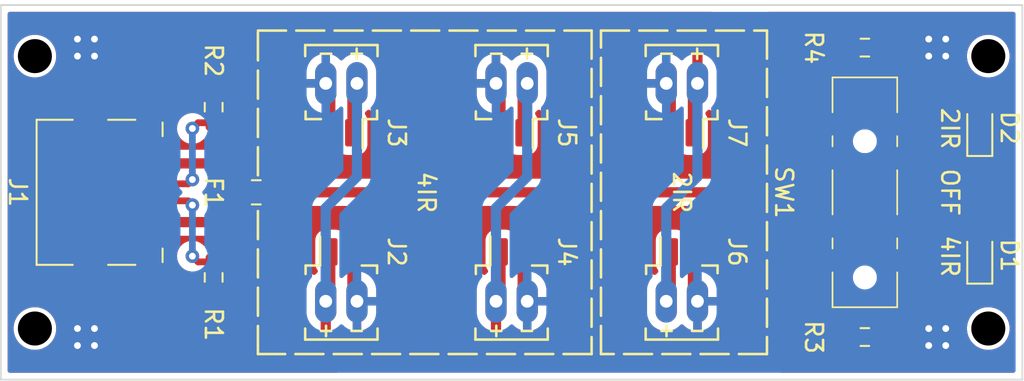
<source format=kicad_pcb>
(kicad_pcb (version 20240108) (generator "pcbnew") (generator_version "8.0")
  (layers (0 "F.Cu" signal) (31 "B.Cu" signal) (34 "B.Paste" user) (35 "F.Paste" user) (36 "B.SilkS" user "B.Silkscreen") (37 "F.SilkS" user "F.Silkscreen") (38 "B.Mask" user) (39 "F.Mask" user) (44 "Edge.Cuts" user))
  (net 0 "")
  (net 1 "GND")
  (net 2 "/CC1")
  (net 3 "/CC2")
  (net 4 "/VBUS")
  (net 5 "Power_postSwitch-4IR")
  (net 6 "/Power_postFuse")
  (net 7 "Power_postSwitch-2IR")
  (net 8 "Net-(D1-A)")
  (net 9 "Net-(D2-A)")
  (net 10 "unconnected-(SW1-Pad2)")
  (footprint "sensorstrip:Molex_Picoblade_53261-0271-Hybrid" (layer "F.Cu") (at 140 56.5)
    (property "Reference" "J7" (at 3.25 0 -90) (layer "F.SilkS"))
    (property "Value" "Conn_01x02_MountingPin")
    (fp_line (start -2.125 -4.5) (end -2.125 -5.15) (stroke (width 0.15)) (layer "F.SilkS"))
    (fp_line (start -2.1 -1.25) (end -2.1 -0.8) (stroke (width 0.15)) (layer "F.SilkS"))
    (fp_line (start -2.1 -0.8) (end -1.2 -0.8) (stroke (width 0.15)) (layer "F.SilkS"))
    (fp_line (start 1.25 -0.8) (end 1.25 0.9) (stroke (width 0.15)) (layer "F.SilkS"))
    (fp_line (start 2.1 -1.3) (end 2.1 -0.8) (stroke (width 0.15)) (layer "F.SilkS"))
    (fp_line (start 2.1 -0.8) (end 1.25 -0.8) (stroke (width 0.15)) (layer "F.SilkS"))
    (fp_line (start 2.125 -5.15) (end -2.125 -5.15) (stroke (width 0.15)) (layer "F.SilkS"))
    (fp_line (start 2.125 -4.5) (end 2.125 -5.15) (stroke (width 0.15)) (layer "F.SilkS"))
    (pad "1" smd custom (at 0.625 0) (size 0.8 0.8) (layers "F.Cu") (net 7 "Power_postSwitch-2IR") (options (clearance outline) (anchor circle)) (primitives (gr_poly (pts (xy -0.4 -0.68) (xy -0.390866 -0.725922) (xy -0.364853 -0.764853) (xy -0.325922 -0.790866) (xy -0.28 -0.8) (xy 0.28 -0.8) (xy 0.325922 -0.790866) (xy 0.364853 -0.764853) (xy 0.390866 -0.725922) (xy 0.4 -0.68) (xy 0.4 0.68) (xy 0.390866 0.725922) (xy 0.364853 0.764853) (xy 0.325922 0.790866) (xy 0.28 0.8) (xy -0.28 0.8) (xy -0.325922 0.790866) (xy -0.364853 0.764853) (xy -0.390866 0.725922) (xy -0.4 0.68)) (width 0) (fill yes)) (gr_poly (pts (xy -0.225 -0.75) (xy -0.225 -2) (xy 0.775 -2) (xy 0.175 -1.4) (xy 0.175 -0.75)) (width 0.1) (fill yes))))
    (pad "1" smd roundrect (at 0.625 0) (size 0.8 1.6) (layers "F.Cu" "F.Paste" "F.Mask") (roundrect_rratio 0.15) (net 7 "Power_postSwitch-2IR"))
    (pad "1" thru_hole oval (at 0.917 -2.9) (size 1.25 2.5) (drill 0.75) (layers "*.Cu" "*.Mask") (net 7 "Power_postSwitch-2IR"))
    (pad "2" thru_hole oval (at -0.917 -2.9) (size 1.25 2.5) (drill 0.75) (layers "*.Cu" "*.Mask") (net 1 "GND"))
    (pad "2" smd custom (at -0.625 0) (size 0.8 0.8) (layers "F.Cu") (net 1 "GND") (options (clearance outline) (anchor circle)) (primitives (gr_poly (pts (xy -0.4 -0.68) (xy -0.390866 -0.725922) (xy -0.364853 -0.764853) (xy -0.325922 -0.790866) (xy -0.28 -0.8) (xy 0.28 -0.8) (xy 0.325922 -0.790866) (xy 0.364853 -0.764853) (xy 0.390866 -0.725922) (xy 0.4 -0.68) (xy 0.4 0.68) (xy 0.390866 0.725922) (xy 0.364853 0.764853) (xy 0.325922 0.790866) (xy 0.28 0.8) (xy -0.28 0.8) (xy -0.325922 0.790866) (xy -0.364853 0.764853) (xy -0.390866 0.725922) (xy -0.4 0.68)) (width 0) (fill yes)) (gr_line (start 0.025 0) (end 0.225 0) (width 0.1)) (gr_poly (pts (xy 0.225 -0.75) (xy 0.225 -2) (xy -0.775 -2) (xy -0.175 -1.4) (xy -0.175 -0.75)) (width 0.1) (fill yes))))
    (pad "2" smd roundrect (at -0.625 0) (size 0.8 1.6) (layers "F.Cu" "F.Paste" "F.Mask") (roundrect_rratio 0.15) (net 1 "GND"))
    (pad "MP" smd roundrect (at -3.175 -2.9) (size 2.1 3) (layers "F.Cu" "F.Paste" "F.Mask") (roundrect_rratio 0.12) (net 1 "GND"))
    (pad "MP" smd roundrect (at 3.175 -2.9) (size 2.1 3) (layers "F.Cu" "F.Paste" "F.Mask") (roundrect_rratio 0.12) (net 1 "GND"))
  )
  (footprint "sensorstrip:Molex_Picoblade_53261-0271-Hybrid" (layer "F.Cu") (at 140 63.5 180)
    (property "Reference" "J6" (at -3.25 0 -90) (layer "F.SilkS"))
    (property "Value" "Conn_01x02_MountingPin")
    (fp_line (start 2.125 -4.5) (end 2.125 -5.15) (stroke (width 0.15)) (layer "F.SilkS"))
    (fp_line (start 2.125 -5.15) (end -2.125 -5.15) (stroke (width 0.15)) (layer "F.SilkS"))
    (fp_line (start 2.1 -0.8) (end 1.25 -0.8) (stroke (width 0.15)) (layer "F.SilkS"))
    (fp_line (start 2.1 -1.3) (end 2.1 -0.8) (stroke (width 0.15)) (layer "F.SilkS"))
    (fp_line (start 1.25 -0.8) (end 1.25 0.9) (stroke (width 0.15)) (layer "F.SilkS"))
    (fp_line (start -2.1 -0.8) (end -1.2 -0.8) (stroke (width 0.15)) (layer "F.SilkS"))
    (fp_line (start -2.1 -1.25) (end -2.1 -0.8) (stroke (width 0.15)) (layer "F.SilkS"))
    (fp_line (start -2.125 -4.5) (end -2.125 -5.15) (stroke (width 0.15)) (layer "F.SilkS"))
    (pad "1" smd custom (at 0.625 0 180) (size 0.8 0.8) (layers "F.Cu") (net 7 "Power_postSwitch-2IR") (options (clearance outline) (anchor circle)) (primitives (gr_poly (pts (xy -0.4 -0.68) (xy -0.390866 -0.725922) (xy -0.364853 -0.764853) (xy -0.325922 -0.790866) (xy -0.28 -0.8) (xy 0.28 -0.8) (xy 0.325922 -0.790866) (xy 0.364853 -0.764853) (xy 0.390866 -0.725922) (xy 0.4 -0.68) (xy 0.4 0.68) (xy 0.390866 0.725922) (xy 0.364853 0.764853) (xy 0.325922 0.790866) (xy 0.28 0.8) (xy -0.28 0.8) (xy -0.325922 0.790866) (xy -0.364853 0.764853) (xy -0.390866 0.725922) (xy -0.4 0.68)) (width 0) (fill yes)) (gr_poly (pts (xy -0.225 -0.75) (xy -0.225 -2) (xy 0.775 -2) (xy 0.175 -1.4) (xy 0.175 -0.75)) (width 0.1) (fill yes))))
    (pad "1" smd roundrect (at 0.625 0 180) (size 0.8 1.6) (layers "F.Cu" "F.Paste" "F.Mask") (roundrect_rratio 0.15) (net 7 "Power_postSwitch-2IR"))
    (pad "1" thru_hole oval (at 0.917 -2.9 180) (size 1.25 2.5) (drill 0.75) (layers "*.Cu" "*.Mask") (net 7 "Power_postSwitch-2IR"))
    (pad "2" thru_hole oval (at -0.917 -2.9 180) (size 1.25 2.5) (drill 0.75) (layers "*.Cu" "*.Mask") (net 1 "GND"))
    (pad "2" smd custom (at -0.625 0 180) (size 0.8 0.8) (layers "F.Cu") (net 1 "GND") (options (clearance outline) (anchor circle)) (primitives (gr_poly (pts (xy -0.4 -0.68) (xy -0.390866 -0.725922) (xy -0.364853 -0.764853) (xy -0.325922 -0.790866) (xy -0.28 -0.8) (xy 0.28 -0.8) (xy 0.325922 -0.790866) (xy 0.364853 -0.764853) (xy 0.390866 -0.725922) (xy 0.4 -0.68) (xy 0.4 0.68) (xy 0.390866 0.725922) (xy 0.364853 0.764853) (xy 0.325922 0.790866) (xy 0.28 0.8) (xy -0.28 0.8) (xy -0.325922 0.790866) (xy -0.364853 0.764853) (xy -0.390866 0.725922) (xy -0.4 0.68)) (width 0) (fill yes)) (gr_line (start 0.025 0) (end 0.225 0) (width 0.1)) (gr_poly (pts (xy 0.225 -0.75) (xy 0.225 -2) (xy -0.775 -2) (xy -0.175 -1.4) (xy -0.175 -0.75)) (width 0.1) (fill yes))))
    (pad "2" smd roundrect (at -0.625 0 180) (size 0.8 1.6) (layers "F.Cu" "F.Paste" "F.Mask") (roundrect_rratio 0.15) (net 1 "GND"))
    (pad "MP" smd roundrect (at -3.175 -2.9 180) (size 2.1 3) (layers "F.Cu" "F.Paste" "F.Mask") (roundrect_rratio 0.12) (net 1 "GND"))
    (pad "MP" smd roundrect (at 3.175 -2.9 180) (size 2.1 3) (layers "F.Cu" "F.Paste" "F.Mask") (roundrect_rratio 0.12) (net 1 "GND"))
  )
  (footprint "sensorstrip:Molex_Picoblade_53261-0271-Hybrid" (layer "F.Cu") (at 120 56.5)
    (property "Reference" "J3" (at 3.25 0 -90) (layer "F.SilkS"))
    (property "Value" "Conn_01x02_MountingPin")
    (fp_line (start -2.125 -4.5) (end -2.125 -5.15) (stroke (width 0.15)) (layer "F.SilkS"))
    (fp_line (start -2.1 -1.25) (end -2.1 -0.8) (stroke (width 0.15)) (layer "F.SilkS"))
    (fp_line (start -2.1 -0.8) (end -1.2 -0.8) (stroke (width 0.15)) (layer "F.SilkS"))
    (fp_line (start 1.25 -0.8) (end 1.25 0.9) (stroke (width 0.15)) (layer "F.SilkS"))
    (fp_line (start 2.1 -1.3) (end 2.1 -0.8) (stroke (width 0.15)) (layer "F.SilkS"))
    (fp_line (start 2.1 -0.8) (end 1.25 -0.8) (stroke (width 0.15)) (layer "F.SilkS"))
    (fp_line (start 2.125 -5.15) (end -2.125 -5.15) (stroke (width 0.15)) (layer "F.SilkS"))
    (fp_line (start 2.125 -4.5) (end 2.125 -5.15) (stroke (width 0.15)) (layer "F.SilkS"))
    (pad "1" smd custom (at 0.625 0) (size 0.8 0.8) (layers "F.Cu") (net 5 "Power_postSwitch-4IR") (options (clearance outline) (anchor circle)) (primitives (gr_poly (pts (xy -0.4 -0.68) (xy -0.390866 -0.725922) (xy -0.364853 -0.764853) (xy -0.325922 -0.790866) (xy -0.28 -0.8) (xy 0.28 -0.8) (xy 0.325922 -0.790866) (xy 0.364853 -0.764853) (xy 0.390866 -0.725922) (xy 0.4 -0.68) (xy 0.4 0.68) (xy 0.390866 0.725922) (xy 0.364853 0.764853) (xy 0.325922 0.790866) (xy 0.28 0.8) (xy -0.28 0.8) (xy -0.325922 0.790866) (xy -0.364853 0.764853) (xy -0.390866 0.725922) (xy -0.4 0.68)) (width 0) (fill yes)) (gr_poly (pts (xy -0.225 -0.75) (xy -0.225 -2) (xy 0.775 -2) (xy 0.175 -1.4) (xy 0.175 -0.75)) (width 0.1) (fill yes))))
    (pad "1" smd roundrect (at 0.625 0) (size 0.8 1.6) (layers "F.Cu" "F.Paste" "F.Mask") (roundrect_rratio 0.15) (net 5 "Power_postSwitch-4IR"))
    (pad "1" thru_hole oval (at 0.917 -2.9) (size 1.25 2.5) (drill 0.75) (layers "*.Cu" "*.Mask") (net 5 "Power_postSwitch-4IR"))
    (pad "2" thru_hole oval (at -0.917 -2.9) (size 1.25 2.5) (drill 0.75) (layers "*.Cu" "*.Mask") (net 1 "GND"))
    (pad "2" smd custom (at -0.625 0) (size 0.8 0.8) (layers "F.Cu") (net 1 "GND") (options (clearance outline) (anchor circle)) (primitives (gr_poly (pts (xy -0.4 -0.68) (xy -0.390866 -0.725922) (xy -0.364853 -0.764853) (xy -0.325922 -0.790866) (xy -0.28 -0.8) (xy 0.28 -0.8) (xy 0.325922 -0.790866) (xy 0.364853 -0.764853) (xy 0.390866 -0.725922) (xy 0.4 -0.68) (xy 0.4 0.68) (xy 0.390866 0.725922) (xy 0.364853 0.764853) (xy 0.325922 0.790866) (xy 0.28 0.8) (xy -0.28 0.8) (xy -0.325922 0.790866) (xy -0.364853 0.764853) (xy -0.390866 0.725922) (xy -0.4 0.68)) (width 0) (fill yes)) (gr_line (start 0.025 0) (end 0.225 0) (width 0.1)) (gr_poly (pts (xy 0.225 -0.75) (xy 0.225 -2) (xy -0.775 -2) (xy -0.175 -1.4) (xy -0.175 -0.75)) (width 0.1) (fill yes))))
    (pad "2" smd roundrect (at -0.625 0) (size 0.8 1.6) (layers "F.Cu" "F.Paste" "F.Mask") (roundrect_rratio 0.15) (net 1 "GND"))
    (pad "MP" smd roundrect (at -3.175 -2.9) (size 2.1 3) (layers "F.Cu" "F.Paste" "F.Mask") (roundrect_rratio 0.12) (net 1 "GND"))
    (pad "MP" smd roundrect (at 3.175 -2.9) (size 2.1 3) (layers "F.Cu" "F.Paste" "F.Mask") (roundrect_rratio 0.12) (net 1 "GND"))
  )
  (footprint "Fuse:Fuse_0805_2012Metric_Pad1.15x1.40mm_HandSolder" (layer "F.Cu") (at 115 60)
    (property "Reference" "F1" (at -2.5 0 -90) (layer "F.SilkS"))
    (property "Value" "Polyfuse")
    (fp_line (start -0.261252 -0.71) (end 0.261252 -0.71) (stroke (width 0.12)) (layer "F.SilkS"))
    (fp_line (start -0.261252 0.71) (end 0.261252 0.71) (stroke (width 0.12)) (layer "F.SilkS"))
    (pad "1" smd roundrect (at -1.025 0) (size 1.15 1.4) (layers "F.Cu" "F.Paste" "F.Mask") (roundrect_rratio 0.217391) (net 4 "/VBUS"))
    (pad "2" smd roundrect (at 1.025 0) (size 1.15 1.4) (layers "F.Cu" "F.Paste" "F.Mask") (roundrect_rratio 0.217391) (net 6 "/Power_postFuse"))
  )
  (footprint "sensorstrip:K3-2336S-F1" (layer "F.Cu") (at 150.75 60 90)
    (property "Reference" "SW1" (at 0 -4.75 -90) (layer "F.SilkS"))
    (property "Value" "SW_DP3T")
    (fp_line (start 6.75 -1.9) (end 6.75 1.9) (stroke (width 0.1)) (layer "F.SilkS"))
    (fp_line (start 4.7 -1.9) (end 6.75 -1.9) (stroke (width 0.1)) (layer "F.SilkS"))
    (fp_line (start 3.3 -1.9) (end 2.7 -1.9) (stroke (width 0.1)) (layer "F.SilkS"))
    (fp_line (start 1.3 -1.9) (end -1.3 -1.9) (stroke (width 0.1)) (layer "F.SilkS"))
    (fp_line (start -2.7 -1.9) (end -3.3 -1.9) (stroke (width 0.1)) (layer "F.SilkS"))
    (fp_line (start -6.75 -1.9) (end -4.7 -1.9) (stroke (width 0.1)) (layer "F.SilkS"))
    (fp_line (start -6.75 -1.9) (end -6.75 1.9) (stroke (width 0.1)) (layer "F.SilkS"))
    (fp_line (start 4.7 1.9) (end 6.75 1.9) (stroke (width 0.1)) (layer "F.SilkS"))
    (fp_line (start 3.3 1.9) (end 2.7 1.9) (stroke (width 0.1)) (layer "F.SilkS"))
    (fp_line (start -1.3 1.9) (end 1.3 1.9) (stroke (width 0.1)) (layer "F.SilkS"))
    (fp_line (start -2.7 1.9) (end -3.3 1.9) (stroke (width 0.1)) (layer "F.SilkS"))
    (fp_line (start -6.75 1.9) (end -4.7 1.9) (stroke (width 0.1)) (layer "F.SilkS"))
    (pad "" np_thru_hole circle (at -5 0 180) (size 0.9 0.9) (drill 0.9) (layers "F&B.Cu" "*.Mask"))
    (pad "" np_thru_hole circle (at 3 0 180) (size 0.9 0.9) (drill 0.9) (layers "F&B.Cu" "*.Mask"))
    (pad "1" smd roundrect (at 4 -2.75) (size 2.5 1.2) (layers "F.Cu" "F.Paste" "F.Mask") (net 7 "Power_postSwitch-2IR"))
    (pad "2" smd roundrect (at 2 -2.75) (size 2.5 1.2) (layers "F.Cu" "F.Paste" "F.Mask") (net 10 "unconnected-(SW1-Pad2)"))
    (pad "3" smd roundrect (at -2 -2.75 180) (size 2.5 1.2) (layers "F.Cu" "F.Paste" "F.Mask") (net 6 "/Power_postFuse"))
    (pad "4" smd roundrect (at -4 -2.75 180) (size 2.5 1.2) (layers "F.Cu" "F.Paste" "F.Mask") (net 5 "Power_postSwitch-4IR"))
    (pad "5" smd roundrect (at 4 2.75) (size 2.5 1.2) (layers "F.Cu" "F.Paste" "F.Mask") (net 7 "Power_postSwitch-2IR"))
    (pad "6" smd roundrect (at 2 2.75) (size 2.5 1.2) (layers "F.Cu" "F.Paste" "F.Mask") (net 10 "unconnected-(SW1-Pad2)"))
    (pad "7" smd roundrect (at -2 2.75 180) (size 2.5 1.2) (layers "F.Cu" "F.Paste" "F.Mask") (net 6 "/Power_postFuse"))
    (pad "8" smd roundrect (at -4 2.75 180) (size 2.5 1.2) (layers "F.Cu" "F.Paste" "F.Mask") (net 5 "Power_postSwitch-4IR"))
  )
  (footprint "Resistor_SMD:R_0603_1608Metric_Pad0.98x0.95mm_HandSolder" (layer "F.Cu") (at 112.5 65 90)
    (property "Reference" "R1" (at -2.75 0 -90) (layer "F.SilkS"))
    (property "Value" "5.1K")
    (fp_line (start -0.254724 -0.5225) (end 0.254724 -0.5225) (stroke (width 0.12)) (layer "F.SilkS"))
    (fp_line (start -0.254724 0.5225) (end 0.254724 0.5225) (stroke (width 0.12)) (layer "F.SilkS"))
    (pad "1" smd roundrect (at -0.9125 0 90) (size 0.975 0.95) (layers "F.Cu" "F.Paste" "F.Mask") (net 1 "GND"))
    (pad "2" smd roundrect (at 0.9125 0 90) (size 0.975 0.95) (layers "F.Cu" "F.Paste" "F.Mask") (net 3 "/CC2"))
  )
  (footprint "LED_SMD:LED_0603_1608Metric_Pad1.05x0.95mm_HandSolder" (layer "F.Cu") (at 157.5 63.705 90)
    (property "Reference" "D1" (at 0 1.75 -90) (layer "F.SilkS"))
    (property "Value" "LED")
    (fp_line (start 0.8 -0.735) (end -1.66 -0.735) (stroke (width 0.12)) (layer "F.SilkS"))
    (fp_line (start -1.66 -0.735) (end -1.66 0.735) (stroke (width 0.12)) (layer "F.SilkS"))
    (fp_line (start -1.66 0.735) (end 0.8 0.735) (stroke (width 0.12)) (layer "F.SilkS"))
    (pad "1" smd roundrect (at -0.875 0 90) (size 1.05 0.95) (layers "F.Cu" "F.Paste" "F.Mask") (net 1 "GND"))
    (pad "2" smd roundrect (at 0.875 0 90) (size 1.05 0.95) (layers "F.Cu" "F.Paste" "F.Mask") (net 8 "Net-(D1-A)"))
  )
  (footprint "sensorstrip:Molex_Picoblade_53261-0271-Hybrid" (layer "F.Cu") (at 120 63.5 180)
    (property "Reference" "J2" (at -3.25 0 -90) (layer "F.SilkS"))
    (property "Value" "Conn_01x02_MountingPin")
    (fp_line (start 2.125 -4.5) (end 2.125 -5.15) (stroke (width 0.15)) (layer "F.SilkS"))
    (fp_line (start 2.125 -5.15) (end -2.125 -5.15) (stroke (width 0.15)) (layer "F.SilkS"))
    (fp_line (start 2.1 -0.8) (end 1.25 -0.8) (stroke (width 0.15)) (layer "F.SilkS"))
    (fp_line (start 2.1 -1.3) (end 2.1 -0.8) (stroke (width 0.15)) (layer "F.SilkS"))
    (fp_line (start 1.25 -0.8) (end 1.25 0.9) (stroke (width 0.15)) (layer "F.SilkS"))
    (fp_line (start -2.1 -0.8) (end -1.2 -0.8) (stroke (width 0.15)) (layer "F.SilkS"))
    (fp_line (start -2.1 -1.25) (end -2.1 -0.8) (stroke (width 0.15)) (layer "F.SilkS"))
    (fp_line (start -2.125 -4.5) (end -2.125 -5.15) (stroke (width 0.15)) (layer "F.SilkS"))
    (pad "1" smd custom (at 0.625 0 180) (size 0.8 0.8) (layers "F.Cu") (net 5 "Power_postSwitch-4IR") (options (clearance outline) (anchor circle)) (primitives (gr_poly (pts (xy -0.4 -0.68) (xy -0.390866 -0.725922) (xy -0.364853 -0.764853) (xy -0.325922 -0.790866) (xy -0.28 -0.8) (xy 0.28 -0.8) (xy 0.325922 -0.790866) (xy 0.364853 -0.764853) (xy 0.390866 -0.725922) (xy 0.4 -0.68) (xy 0.4 0.68) (xy 0.390866 0.725922) (xy 0.364853 0.764853) (xy 0.325922 0.790866) (xy 0.28 0.8) (xy -0.28 0.8) (xy -0.325922 0.790866) (xy -0.364853 0.764853) (xy -0.390866 0.725922) (xy -0.4 0.68)) (width 0) (fill yes)) (gr_poly (pts (xy -0.225 -0.75) (xy -0.225 -2) (xy 0.775 -2) (xy 0.175 -1.4) (xy 0.175 -0.75)) (width 0.1) (fill yes))))
    (pad "1" smd roundrect (at 0.625 0 180) (size 0.8 1.6) (layers "F.Cu" "F.Paste" "F.Mask") (roundrect_rratio 0.15) (net 5 "Power_postSwitch-4IR"))
    (pad "1" thru_hole oval (at 0.917 -2.9 180) (size 1.25 2.5) (drill 0.75) (layers "*.Cu" "*.Mask") (net 5 "Power_postSwitch-4IR"))
    (pad "2" thru_hole oval (at -0.917 -2.9 180) (size 1.25 2.5) (drill 0.75) (layers "*.Cu" "*.Mask") (net 1 "GND"))
    (pad "2" smd custom (at -0.625 0 180) (size 0.8 0.8) (layers "F.Cu") (net 1 "GND") (options (clearance outline) (anchor circle)) (primitives (gr_poly (pts (xy -0.4 -0.68) (xy -0.390866 -0.725922) (xy -0.364853 -0.764853) (xy -0.325922 -0.790866) (xy -0.28 -0.8) (xy 0.28 -0.8) (xy 0.325922 -0.790866) (xy 0.364853 -0.764853) (xy 0.390866 -0.725922) (xy 0.4 -0.68) (xy 0.4 0.68) (xy 0.390866 0.725922) (xy 0.364853 0.764853) (xy 0.325922 0.790866) (xy 0.28 0.8) (xy -0.28 0.8) (xy -0.325922 0.790866) (xy -0.364853 0.764853) (xy -0.390866 0.725922) (xy -0.4 0.68)) (width 0) (fill yes)) (gr_line (start 0.025 0) (end 0.225 0) (width 0.1)) (gr_poly (pts (xy 0.225 -0.75) (xy 0.225 -2) (xy -0.775 -2) (xy -0.175 -1.4) (xy -0.175 -0.75)) (width 0.1) (fill yes))))
    (pad "2" smd roundrect (at -0.625 0 180) (size 0.8 1.6) (layers "F.Cu" "F.Paste" "F.Mask") (roundrect_rratio 0.15) (net 1 "GND"))
    (pad "MP" smd roundrect (at -3.175 -2.9 180) (size 2.1 3) (layers "F.Cu" "F.Paste" "F.Mask") (roundrect_rratio 0.12) (net 1 "GND"))
    (pad "MP" smd roundrect (at 3.175 -2.9 180) (size 2.1 3) (layers "F.Cu" "F.Paste" "F.Mask") (roundrect_rratio 0.12) (net 1 "GND"))
  )
  (footprint "LED_SMD:LED_0603_1608Metric_Pad1.05x0.95mm_HandSolder" (layer "F.Cu") (at 157.5 56.205 90)
    (property "Reference" "D2" (at 0 1.75 -90) (layer "F.SilkS"))
    (property "Value" "LED")
    (fp_line (start 0.8 -0.735) (end -1.66 -0.735) (stroke (width 0.12)) (layer "F.SilkS"))
    (fp_line (start -1.66 -0.735) (end -1.66 0.735) (stroke (width 0.12)) (layer "F.SilkS"))
    (fp_line (start -1.66 0.735) (end 0.8 0.735) (stroke (width 0.12)) (layer "F.SilkS"))
    (pad "1" smd roundrect (at -0.875 0 90) (size 1.05 0.95) (layers "F.Cu" "F.Paste" "F.Mask") (net 1 "GND"))
    (pad "2" smd roundrect (at 0.875 0 90) (size 1.05 0.95) (layers "F.Cu" "F.Paste" "F.Mask") (net 9 "Net-(D2-A)"))
  )
  (footprint "Resistor_SMD:R_0603_1608Metric_Pad0.98x0.95mm_HandSolder" (layer "F.Cu") (at 150.75 68.5 180)
    (property "Reference" "R3" (at 3 0 -90) (layer "F.SilkS"))
    (property "Value" "1K")
    (fp_line (start -0.254724 0.5225) (end 0.254724 0.5225) (stroke (width 0.12)) (layer "F.SilkS"))
    (fp_line (start -0.254724 -0.5225) (end 0.254724 -0.5225) (stroke (width 0.12)) (layer "F.SilkS"))
    (pad "1" smd roundrect (at -0.9125 0 180) (size 0.975 0.95) (layers "F.Cu" "F.Paste" "F.Mask") (net 8 "Net-(D1-A)"))
    (pad "2" smd roundrect (at 0.9125 0 180) (size 0.975 0.95) (layers "F.Cu" "F.Paste" "F.Mask") (net 5 "Power_postSwitch-4IR"))
  )
  (footprint "sensorstrip:MountingHole-2mm-NPTH" (layer "F.Cu") (at 158 68)
    (property "Reference" "REF**" (hide yes))
    (property "Value" "MountingHole-2mm-NPTH" (hide yes))
    (pad "" np_thru_hole circle (at 0 0) (size 3 3) (drill 2) (layers "*.Mask"))
  )
  (footprint "sensorstrip:MountingHole-2mm-NPTH" (layer "F.Cu") (at 158 52)
    (property "Reference" "REF**" (hide yes))
    (property "Value" "MountingHole-2mm-NPTH" (hide yes))
    (pad "" np_thru_hole circle (at 0 0) (size 3 3) (drill 2) (layers "*.Mask"))
  )
  (footprint "sensorstrip:DEALON USB Type-C 6Pin" (layer "F.Cu") (at 109 60 -90)
    (property "Reference" "J1" (at 0 8 -90) (layer "F.SilkS"))
    (property "Value" "USB_C_Receptacle_PowerOnly")
    (fp_line (start -4.26 6.9) (end 4.26 6.9) (stroke (width 0.12)) (layer "F.SilkS"))
    (fp_line (start -4.26 4.78) (end -4.26 6.9) (stroke (width 0.12)) (layer "F.SilkS"))
    (fp_line (start 4.26 4.78) (end 4.26 6.9) (stroke (width 0.12)) (layer "F.SilkS"))
    (fp_line (start 4.26 2.7) (end 4.26 1.1) (stroke (width 0.12)) (layer "F.SilkS"))
    (fp_line (start -4.26 1.1) (end -4.26 2.7) (stroke (width 0.12)) (layer "F.SilkS"))
    (fp_line (start -3.3 -0.5) (end -4.1 -0.5) (stroke (width 0.12)) (layer "F.SilkS"))
    (fp_line (start 4.1 -0.5) (end 3.3 -0.5) (stroke (width 0.12)) (layer "F.SilkS"))
    (pad "A5" smd rect (at -0.5 0 270) (size 0.7 1.2) (layers "F.Cu" "F.Paste" "F.Mask") (net 2 "/CC1"))
    (pad "A9" smd rect (at 1.52 0 270) (size 0.8 1.2) (layers "F.Cu" "F.Paste" "F.Mask") (net 4 "/VBUS"))
    (pad "A12" smd rect (at 2.75 0 270) (size 0.9 1.2) (layers "F.Cu" "F.Paste" "F.Mask") (net 1 "GND"))
    (pad "B5" smd rect (at 0.5 0 270) (size 0.7 1.2) (layers "F.Cu" "F.Paste" "F.Mask") (net 3 "/CC2"))
    (pad "B9" smd rect (at -1.52 0 270) (size 0.8 1.2) (layers "F.Cu" "F.Paste" "F.Mask") (net 4 "/VBUS"))
    (pad "B12" smd rect (at -2.75 0 270) (size 0.9 1.2) (layers "F.Cu" "F.Paste" "F.Mask") (net 1 "GND"))
    (pad "S1" smd rect (at -5.42 3.75 270) (size 2.4 1.9) (layers "F.Cu" "F.Paste" "F.Mask") (net 1 "GND"))
    (pad "S1" smd rect (at -5.26 0.2 270) (size 2.12 1.6) (layers "F.Cu" "F.Paste" "F.Mask") (net 1 "GND"))
    (pad "S1" smd rect (at 5.26 0.2 270) (size 2.12 1.6) (layers "F.Cu" "F.Paste" "F.Mask") (net 1 "GND"))
    (pad "S1" smd rect (at 5.42 3.75 270) (size 2.4 1.9) (layers "F.Cu" "F.Paste" "F.Mask") (net 1 "GND"))
  )
  (footprint "Resistor_SMD:R_0603_1608Metric_Pad0.98x0.95mm_HandSolder" (layer "F.Cu") (at 112.5 55 -90)
    (property "Reference" "R2" (at -2.75 0 -90) (layer "F.SilkS"))
    (property "Value" "5.1K")
    (fp_line (start -0.254724 0.5225) (end 0.254724 0.5225) (stroke (width 0.12)) (layer "F.SilkS"))
    (fp_line (start -0.254724 -0.5225) (end 0.254724 -0.5225) (stroke (width 0.12)) (layer "F.SilkS"))
    (pad "1" smd roundrect (at -0.9125 0 270) (size 0.975 0.95) (layers "F.Cu" "F.Paste" "F.Mask") (net 1 "GND"))
    (pad "2" smd roundrect (at 0.9125 0 270) (size 0.975 0.95) (layers "F.Cu" "F.Paste" "F.Mask") (net 2 "/CC1"))
  )
  (footprint "sensorstrip:Molex_Picoblade_53261-0271-Hybrid" (layer "F.Cu") (at 130 63.5 180)
    (property "Reference" "J4" (at -3.25 0 -90) (layer "F.SilkS"))
    (property "Value" "Conn_01x02_MountingPin")
    (fp_line (start 2.125 -4.5) (end 2.125 -5.15) (stroke (width 0.15)) (layer "F.SilkS"))
    (fp_line (start 2.125 -5.15) (end -2.125 -5.15) (stroke (width 0.15)) (layer "F.SilkS"))
    (fp_line (start 2.1 -0.8) (end 1.25 -0.8) (stroke (width 0.15)) (layer "F.SilkS"))
    (fp_line (start 2.1 -1.3) (end 2.1 -0.8) (stroke (width 0.15)) (layer "F.SilkS"))
    (fp_line (start 1.25 -0.8) (end 1.25 0.9) (stroke (width 0.15)) (layer "F.SilkS"))
    (fp_line (start -2.1 -0.8) (end -1.2 -0.8) (stroke (width 0.15)) (layer "F.SilkS"))
    (fp_line (start -2.1 -1.25) (end -2.1 -0.8) (stroke (width 0.15)) (layer "F.SilkS"))
    (fp_line (start -2.125 -4.5) (end -2.125 -5.15) (stroke (width 0.15)) (layer "F.SilkS"))
    (pad "1" smd custom (at 0.625 0 180) (size 0.8 0.8) (layers "F.Cu") (net 5 "Power_postSwitch-4IR") (options (clearance outline) (anchor circle)) (primitives (gr_poly (pts (xy -0.4 -0.68) (xy -0.390866 -0.725922) (xy -0.364853 -0.764853) (xy -0.325922 -0.790866) (xy -0.28 -0.8) (xy 0.28 -0.8) (xy 0.325922 -0.790866) (xy 0.364853 -0.764853) (xy 0.390866 -0.725922) (xy 0.4 -0.68) (xy 0.4 0.68) (xy 0.390866 0.725922) (xy 0.364853 0.764853) (xy 0.325922 0.790866) (xy 0.28 0.8) (xy -0.28 0.8) (xy -0.325922 0.790866) (xy -0.364853 0.764853) (xy -0.390866 0.725922) (xy -0.4 0.68)) (width 0) (fill yes)) (gr_poly (pts (xy -0.225 -0.75) (xy -0.225 -2) (xy 0.775 -2) (xy 0.175 -1.4) (xy 0.175 -0.75)) (width 0.1) (fill yes))))
    (pad "1" smd roundrect (at 0.625 0 180) (size 0.8 1.6) (layers "F.Cu" "F.Paste" "F.Mask") (roundrect_rratio 0.15) (net 5 "Power_postSwitch-4IR"))
    (pad "1" thru_hole oval (at 0.917 -2.9 180) (size 1.25 2.5) (drill 0.75) (layers "*.Cu" "*.Mask") (net 5 "Power_postSwitch-4IR"))
    (pad "2" thru_hole oval (at -0.917 -2.9 180) (size 1.25 2.5) (drill 0.75) (layers "*.Cu" "*.Mask") (net 1 "GND"))
    (pad "2" smd custom (at -0.625 0 180) (size 0.8 0.8) (layers "F.Cu") (net 1 "GND") (options (clearance outline) (anchor circle)) (primitives (gr_poly (pts (xy -0.4 -0.68) (xy -0.390866 -0.725922) (xy -0.364853 -0.764853) (xy -0.325922 -0.790866) (xy -0.28 -0.8) (xy 0.28 -0.8) (xy 0.325922 -0.790866) (xy 0.364853 -0.764853) (xy 0.390866 -0.725922) (xy 0.4 -0.68) (xy 0.4 0.68) (xy 0.390866 0.725922) (xy 0.364853 0.764853) (xy 0.325922 0.790866) (xy 0.28 0.8) (xy -0.28 0.8) (xy -0.325922 0.790866) (xy -0.364853 0.764853) (xy -0.390866 0.725922) (xy -0.4 0.68)) (width 0) (fill yes)) (gr_line (start 0.025 0) (end 0.225 0) (width 0.1)) (gr_poly (pts (xy 0.225 -0.75) (xy 0.225 -2) (xy -0.775 -2) (xy -0.175 -1.4) (xy -0.175 -0.75)) (width 0.1) (fill yes))))
    (pad "2" smd roundrect (at -0.625 0 180) (size 0.8 1.6) (layers "F.Cu" "F.Paste" "F.Mask") (roundrect_rratio 0.15) (net 1 "GND"))
    (pad "MP" smd roundrect (at -3.175 -2.9 180) (size 2.1 3) (layers "F.Cu" "F.Paste" "F.Mask") (roundrect_rratio 0.12) (net 1 "GND"))
    (pad "MP" smd roundrect (at 3.175 -2.9 180) (size 2.1 3) (layers "F.Cu" "F.Paste" "F.Mask") (roundrect_rratio 0.12) (net 1 "GND"))
  )
  (footprint "sensorstrip:MountingHole-2mm-NPTH" (layer "F.Cu") (at 102 52)
    (property "Reference" "REF**" (hide yes))
    (property "Value" "MountingHole-2mm-NPTH" (hide yes))
    (pad "" np_thru_hole circle (at 0 0) (size 3 3) (drill 2) (layers "*.Mask"))
  )
  (footprint "Resistor_SMD:R_0603_1608Metric_Pad0.98x0.95mm_HandSolder" (layer "F.Cu") (at 150.75 51.5 180)
    (property "Reference" "R4" (at 3 0 -90) (layer "F.SilkS"))
    (property "Value" "1K")
    (fp_line (start -0.254724 0.5225) (end 0.254724 0.5225) (stroke (width 0.12)) (layer "F.SilkS"))
    (fp_line (start -0.254724 -0.5225) (end 0.254724 -0.5225) (stroke (width 0.12)) (layer "F.SilkS"))
    (pad "1" smd roundrect (at -0.9125 0 180) (size 0.975 0.95) (layers "F.Cu" "F.Paste" "F.Mask") (net 9 "Net-(D2-A)"))
    (pad "2" smd roundrect (at 0.9125 0 180) (size 0.975 0.95) (layers "F.Cu" "F.Paste" "F.Mask") (net 7 "Power_postSwitch-2IR"))
  )
  (footprint "sensorstrip:Molex_Picoblade_53261-0271-Hybrid" (layer "F.Cu") (at 130 56.5)
    (property "Reference" "J5" (at 3.25 0 -90) (layer "F.SilkS"))
    (property "Value" "Conn_01x02_MountingPin")
    (fp_line (start -2.125 -4.5) (end -2.125 -5.15) (stroke (width 0.15)) (layer "F.SilkS"))
    (fp_line (start -2.1 -1.25) (end -2.1 -0.8) (stroke (width 0.15)) (layer "F.SilkS"))
    (fp_line (start -2.1 -0.8) (end -1.2 -0.8) (stroke (width 0.15)) (layer "F.SilkS"))
    (fp_line (start 1.25 -0.8) (end 1.25 0.9) (stroke (width 0.15)) (layer "F.SilkS"))
    (fp_line (start 2.1 -1.3) (end 2.1 -0.8) (stroke (width 0.15)) (layer "F.SilkS"))
    (fp_line (start 2.1 -0.8) (end 1.25 -0.8) (stroke (width 0.15)) (layer "F.SilkS"))
    (fp_line (start 2.125 -5.15) (end -2.125 -5.15) (stroke (width 0.15)) (layer "F.SilkS"))
    (fp_line (start 2.125 -4.5) (end 2.125 -5.15) (stroke (width 0.15)) (layer "F.SilkS"))
    (pad "1" smd custom (at 0.625 0) (size 0.8 0.8) (layers "F.Cu") (net 5 "Power_postSwitch-4IR") (options (clearance outline) (anchor circle)) (primitives (gr_poly (pts (xy -0.4 -0.68) (xy -0.390866 -0.725922) (xy -0.364853 -0.764853) (xy -0.325922 -0.790866) (xy -0.28 -0.8) (xy 0.28 -0.8) (xy 0.325922 -0.790866) (xy 0.364853 -0.764853) (xy 0.390866 -0.725922) (xy 0.4 -0.68) (xy 0.4 0.68) (xy 0.390866 0.725922) (xy 0.364853 0.764853) (xy 0.325922 0.790866) (xy 0.28 0.8) (xy -0.28 0.8) (xy -0.325922 0.790866) (xy -0.364853 0.764853) (xy -0.390866 0.725922) (xy -0.4 0.68)) (width 0) (fill yes)) (gr_poly (pts (xy -0.225 -0.75) (xy -0.225 -2) (xy 0.775 -2) (xy 0.175 -1.4) (xy 0.175 -0.75)) (width 0.1) (fill yes))))
    (pad "1" smd roundrect (at 0.625 0) (size 0.8 1.6) (layers "F.Cu" "F.Paste" "F.Mask") (roundrect_rratio 0.15) (net 5 "Power_postSwitch-4IR"))
    (pad "1" thru_hole oval (at 0.917 -2.9) (size 1.25 2.5) (drill 0.75) (layers "*.Cu" "*.Mask") (net 5 "Power_postSwitch-4IR"))
    (pad "2" thru_hole oval (at -0.917 -2.9) (size 1.25 2.5) (drill 0.75) (layers "*.Cu" "*.Mask") (net 1 "GND"))
    (pad "2" smd custom (at -0.625 0) (size 0.8 0.8) (layers "F.Cu") (net 1 "GND") (options (clearance outline) (anchor circle)) (primitives (gr_poly (pts (xy -0.4 -0.68) (xy -0.390866 -0.725922) (xy -0.364853 -0.764853) (xy -0.325922 -0.790866) (xy -0.28 -0.8) (xy 0.28 -0.8) (xy 0.325922 -0.790866) (xy 0.364853 -0.764853) (xy 0.390866 -0.725922) (xy 0.4 -0.68) (xy 0.4 0.68) (xy 0.390866 0.725922) (xy 0.364853 0.764853) (xy 0.325922 0.790866) (xy 0.28 0.8) (xy -0.28 0.8) (xy -0.325922 0.790866) (xy -0.364853 0.764853) (xy -0.390866 0.725922) (xy -0.4 0.68)) (width 0) (fill yes)) (gr_line (start 0.025 0) (end 0.225 0) (width 0.1)) (gr_poly (pts (xy 0.225 -0.75) (xy 0.225 -2) (xy -0.775 -2) (xy -0.175 -1.4) (xy -0.175 -0.75)) (width 0.1) (fill yes))))
    (pad "2" smd roundrect (at -0.625 0) (size 0.8 1.6) (layers "F.Cu" "F.Paste" "F.Mask") (roundrect_rratio 0.15) (net 1 "GND"))
    (pad "MP" smd roundrect (at -3.175 -2.9) (size 2.1 3) (layers "F.Cu" "F.Paste" "F.Mask") (roundrect_rratio 0.12) (net 1 "GND"))
    (pad "MP" smd roundrect (at 3.175 -2.9) (size 2.1 3) (layers "F.Cu" "F.Paste" "F.Mask") (roundrect_rratio 0.12) (net 1 "GND"))
  )
  (footprint "sensorstrip:MountingHole-2mm-NPTH" (layer "F.Cu") (at 102 68)
    (property "Reference" "REF**" (hide yes))
    (property "Value" "MountingHole-2mm-NPTH" (hide yes))
    (pad "" np_thru_hole circle (at 0 0) (size 3 3) (drill 2) (layers "*.Mask"))
  )
  (gr_line (start 115.1 50.5) (end 134.7 50.5) (stroke (width 0.15) (type dash)) (layer "F.SilkS"))
  (gr_line (start 115.1 59) (end 115.1 50.5) (stroke (width 0.15) (type dash)) (layer "F.SilkS"))
  (gr_line (start 115.1 69.5) (end 115.1 61) (stroke (width 0.15) (type dash)) (layer "F.SilkS"))
  (gr_line (start 134.7 50.5) (end 134.7 69.5) (stroke (width 0.15) (type dash)) (layer "F.SilkS"))
  (gr_line (start 134.7 69.5) (end 115.1 69.5) (stroke (width 0.15) (type dash)) (layer "F.SilkS"))
  (gr_rect (start 135.25 50.5) (end 145 69.5) (stroke (width 0.15) (type dash)) (fill none) (layer "F.SilkS"))
  (gr_rect (start 100 49) (end 160 71) (stroke (width 0.1)) (fill none) (layer "Edge.Cuts"))
  (gr_text "-" (at 140.9 68.2 180) (layer "F.SilkS") (effects (font (size 0.8 0.8))))
  (gr_text "OFF" (at 155.75 60 270) (layer "F.SilkS") (effects (font (size 1 1))))
  (gr_text "2IR" (at 140 60 270) (layer "F.SilkS") (effects (font (size 1 1))))
  (gr_text "+" (at 139.1 68.2 180) (layer "F.SilkS") (effects (font (size 0.8 0.8))))
  (gr_text "4IR" (at 125 60 270) (layer "F.SilkS") (effects (font (size 1 1))))
  (gr_text "+" (at 130.9 51.8 0) (layer "F.SilkS") (effects (font (size 0.8 0.8))))
  (gr_text "-" (at 120.9 68.2 180) (layer "F.SilkS") (effects (font (size 0.8 0.8))))
  (gr_text "-" (at 139.1 51.8 0) (layer "F.SilkS") (effects (font (size 0.8 0.8))))
  (gr_text "4IR" (at 155.75 63.75 270) (layer "F.SilkS") (effects (font (size 1 1))))
  (gr_text "+" (at 120.9 51.8 0) (layer "F.SilkS") (effects (font (size 0.8 0.8))))
  (gr_text "-" (at 119.1 51.8 0) (layer "F.SilkS") (effects (font (size 0.8 0.8))))
  (gr_text "+" (at 140.9 51.8 0) (layer "F.SilkS") (effects (font (size 0.8 0.8))))
  (gr_text "-" (at 130.9 68.2 180) (layer "F.SilkS") (effects (font (size 0.8 0.8))))
  (gr_text "-" (at 129.1 51.8 0) (layer "F.SilkS") (effects (font (size 0.8 0.8))))
  (gr_text "+" (at 119.1 68.2 180) (layer "F.SilkS") (effects (font (size 0.8 0.8))))
  (gr_text "2IR" (at 155.75 56.25 270) (layer "F.SilkS") (effects (font (size 1 1) (thickness 0.15) (bold yes))))
  (gr_text "+" (at 129.1 68.2 180) (layer "F.SilkS") (effects (font (size 0.8 0.8))))
  (via (at 105.5 51) (size 0.8) (drill 0.4) (layers "F.Cu" "B.Cu") (net 1))
  (via (at 154.5 51) (size 0.8) (drill 0.4) (layers "F.Cu" "B.Cu") (net 1))
  (via (at 104.5 69) (size 0.8) (drill 0.4) (layers "F.Cu" "B.Cu") (net 1))
  (via (at 155.5 52) (size 0.8) (drill 0.4) (layers "F.Cu" "B.Cu") (net 1))
  (via (at 105.5 68) (size 0.8) (drill 0.4) (layers "F.Cu" "B.Cu") (net 1))
  (via (at 104.5 68) (size 0.8) (drill 0.4) (layers "F.Cu" "B.Cu") (net 1))
  (via (at 104.5 51) (size 0.8) (drill 0.4) (layers "F.Cu" "B.Cu") (net 1))
  (via (at 155.5 51) (size 0.8) (drill 0.4) (layers "F.Cu" "B.Cu") (net 1))
  (via (at 104.5 52) (size 0.8) (drill 0.4) (layers "F.Cu" "B.Cu") (net 1))
  (via (at 154.5 52) (size 0.8) (drill 0.4) (layers "F.Cu" "B.Cu") (net 1))
  (via (at 155.5 68) (size 0.8) (drill 0.4) (layers "F.Cu" "B.Cu") (net 1))
  (via (at 154.5 69) (size 0.8) (drill 0.4) (layers "F.Cu" "B.Cu") (net 1))
  (via (at 105.5 52) (size 0.8) (drill 0.4) (layers "F.Cu" "B.Cu") (net 1))
  (via (at 155.5 69) (size 0.8) (drill 0.4) (layers "F.Cu" "B.Cu") (net 1))
  (via (at 154.5 68) (size 0.8) (drill 0.4) (layers "F.Cu" "B.Cu") (net 1))
  (via (at 105.5 69) (size 0.8) (drill 0.4) (layers "F.Cu" "B.Cu") (net 1))
  (segment (start 111.5875 55.9125) (end 111.25 56.25) (width 0.4) (layer "F.Cu") (net 2))
  (segment (start 111 59.5) (end 111.25 59.25) (width 0.4) (layer "F.Cu") (net 2))
  (segment (start 109 59.5) (end 111 59.5) (width 0.4) (layer "F.Cu") (net 2))
  (segment (start 112.5 55.9125) (end 111.5875 55.9125) (width 0.4) (layer "F.Cu") (net 2))
  (via (at 111.25 56.25) (size 0.8) (drill 0.4) (layers "F.Cu" "B.Cu") (net 2))
  (via (at 111.25 59.25) (size 0.8) (drill 0.4) (layers "F.Cu" "B.Cu") (net 2))
  (segment (start 111.25 59.25) (end 111.25 56.25) (width 0.4) (layer "B.Cu") (net 2))
  (segment (start 112.5 64.0875) (end 111.5875 64.0875) (width 0.4) (layer "F.Cu") (net 3))
  (segment (start 111.5875 64.0875) (end 111.25 63.75) (width 0.4) (layer "F.Cu") (net 3))
  (segment (start 109 60.5) (end 111 60.5) (width 0.4) (layer "F.Cu") (net 3))
  (segment (start 111 60.5) (end 111.25 60.75) (width 0.4) (layer "F.Cu") (net 3))
  (via (at 111.25 63.75) (size 0.8) (drill 0.4) (layers "F.Cu" "B.Cu") (net 3))
  (via (at 111.25 60.75) (size 0.8) (drill 0.4) (layers "F.Cu" "B.Cu") (net 3))
  (segment (start 111.25 60.75) (end 111.25 63.75) (width 0.4) (layer "B.Cu") (net 3))
  (segment (start 112.8 58.3) (end 113.975 59.475) (width 0.6) (layer "F.Cu") (net 4))
  (segment (start 109 58.48) (end 110.1 58.48) (width 0.6) (layer "F.Cu") (net 4))
  (segment (start 113.975 60.575) (end 113.975 60.05) (width 0.6) (layer "F.Cu") (net 4))
  (segment (start 110.28 58.3) (end 112.8 58.3) (width 0.6) (layer "F.Cu") (net 4))
  (segment (start 110.1 58.48) (end 110.28 58.3) (width 0.6) (layer "F.Cu") (net 4))
  (segment (start 110.28 61.75) (end 112.8 61.75) (width 0.6) (layer "F.Cu") (net 4))
  (segment (start 110.1 61.57) (end 110.28 61.75) (width 0.6) (layer "F.Cu") (net 4))
  (segment (start 109 61.57) (end 110.1 61.57) (width 0.6) (layer "F.Cu") (net 4))
  (segment (start 112.8 61.75) (end 113.975 60.575) (width 0.6) (layer "F.Cu") (net 4))
  (segment (start 113.975 59.475) (end 113.975 60) (width 0.6) (layer "F.Cu") (net 4))
  (segment (start 120.8 70.25) (end 119.083 68.533) (width 0.6) (layer "F.Cu") (net 5))
  (segment (start 129.083 68.283) (end 131.05 70.25) (width 0.6) (layer "F.Cu") (net 5))
  (segment (start 129.083 66.4) (end 129.083 68.283) (width 0.6) (layer "F.Cu") (net 5))
  (segment (start 153.625 64) (end 147.875 64) (width 0.6) (layer "F.Cu") (net 5))
  (segment (start 147.875 67.125) (end 149.25 68.5) (width 0.6) (layer "F.Cu") (net 5))
  (segment (start 147.875 67.125) (end 147.875 64) (width 0.6) (layer "F.Cu") (net 5))
  (segment (start 131.05 70.25) (end 120.8 70.25) (width 0.6) (layer "F.Cu") (net 5))
  (segment (start 149.25 68.5) (end 149.8375 68.5) (width 0.6) (layer "F.Cu") (net 5))
  (segment (start 144.75 70.25) (end 131.05 70.25) (width 0.6) (layer "F.Cu") (net 5))
  (segment (start 147.875 67.125) (end 144.75 70.25) (width 0.6) (layer "F.Cu") (net 5))
  (segment (start 119.083 68.533) (end 119.083 66.4) (width 0.6) (layer "F.Cu") (net 5))
  (segment (start 120.917 53.6) (end 120.917 59.083) (width 0.6) (layer "B.Cu") (net 5))
  (segment (start 130.917 59.083) (end 129.083 60.917) (width 0.6) (layer "B.Cu") (net 5))
  (segment (start 120.917 59.083) (end 119.083 60.917) (width 0.6) (layer "B.Cu") (net 5))
  (segment (start 130.917 53.6) (end 130.917 59.083) (width 0.6) (layer "B.Cu") (net 5))
  (segment (start 119.083 60.917) (end 119.083 66.4) (width 0.6) (layer "B.Cu") (net 5))
  (segment (start 129.083 60.917) (end 129.083 66.4) (width 0.6) (layer "B.Cu") (net 5))
  (segment (start 145.875 60) (end 147.875 62) (width 0.6) (layer "F.Cu") (net 6))
  (segment (start 116.025 60) (end 145.875 60) (width 0.6) (layer "F.Cu") (net 6))
  (segment (start 153.625 62) (end 147.875 62) (width 0.6) (layer "F.Cu") (net 6))
  (segment (start 147.875 56) (end 147.875 53.475) (width 0.6) (layer "F.Cu") (net 7))
  (segment (start 140.917 51.533) (end 140.917 53.6) (width 0.6) (layer "F.Cu") (net 7))
  (segment (start 147.875 53.475) (end 147.875 53.4625) (width 0.6) (layer "F.Cu") (net 7))
  (segment (start 153.625 56) (end 147.875 56) (width 0.6) (layer "F.Cu") (net 7))
  (segment (start 144.8 50.4) (end 142.05 50.4) (width 0.6) (layer "F.Cu") (net 7))
  (segment (start 147.875 53.4625) (end 149.8375 51.5) (width 0.6) (layer "F.Cu") (net 7))
  (segment (start 142.05 50.4) (end 140.917 51.533) (width 0.6) (layer "F.Cu") (net 7))
  (segment (start 147.875 53.475) (end 144.8 50.4) (width 0.6) (layer "F.Cu") (net 7))
  (segment (start 139.083 60.917) (end 139.083 66.4) (width 0.6) (layer "B.Cu") (net 7))
  (segment (start 140.917 59.083) (end 139.083 60.917) (width 0.6) (layer "B.Cu") (net 7))
  (segment (start 140.917 53.6) (end 140.917 59.083) (width 0.6) (layer "B.Cu") (net 7))
  (segment (start 151.875 68.5) (end 157.5 62.875) (width 0.6) (layer "F.Cu") (net 8))
  (segment (start 151.6625 68.5) (end 151.875 68.5) (width 0.6) (layer "F.Cu") (net 8))
  (segment (start 155.5375 55.375) (end 157.5 55.375) (width 0.6) (layer "F.Cu") (net 9))
  (segment (start 151.6625 51.5) (end 155.5375 55.375) (width 0.6) (layer "F.Cu") (net 9))
  (segment (start 153.625 58) (end 147.875 58) (width 0.6) (layer "F.Cu") (net 10))
  (zone (net 1) (net_name "GND") (layers "F&B.Cu") (connect_pads (clearance 0.5)) (min_thickness 0.25) (fill yes (thermal_gap 0.5) (thermal_bridge_width 0.5))
    (polygon (pts (xy 100.259514 49.00365) (xy 100.090865 71.096697) (xy 159.9 70.992226) (xy 159.9 48.846976)))
  )
)
</source>
